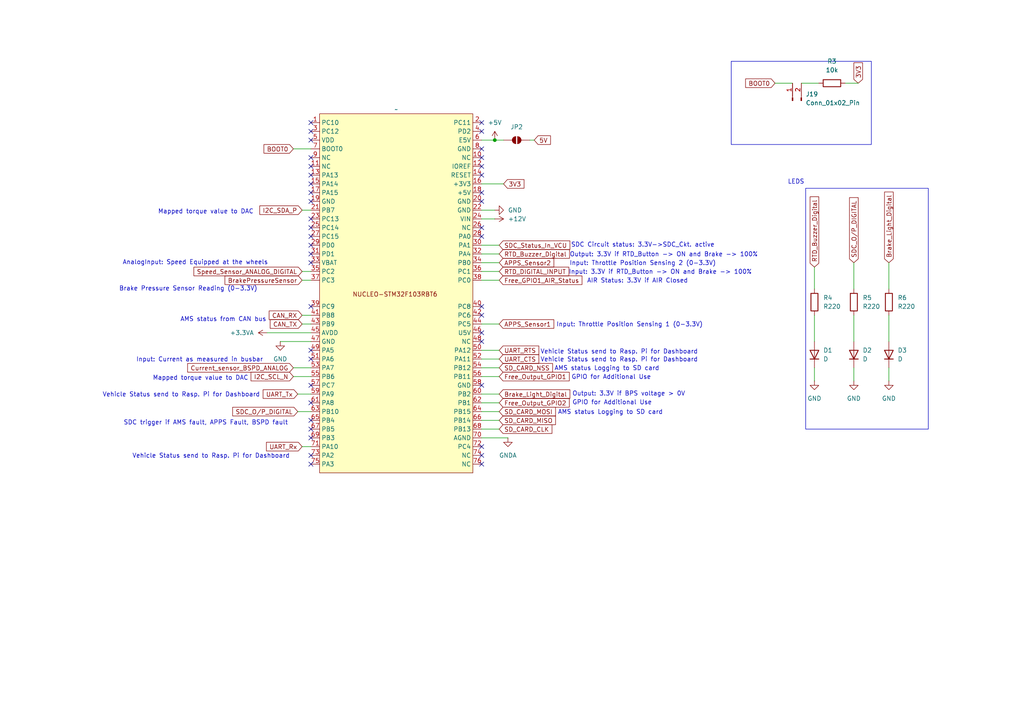
<source format=kicad_sch>
(kicad_sch (version 20231120) (generator "eeschema") (generator_version "8.0")
  (paper "A4")
  (lib_symbols
    (symbol "Connector:Conn_01x02_Pin" (pin_names (offset 1.016) hide)
      (property "Reference" "J" (at 0 2.54 0))
      (property "Value" "Conn_01x02_Pin" (at 0 -5.08 0))
      (symbol "Conn_01x02_Pin_1_1"
        (polyline (pts (xy 1.27 -2.54) (xy 0.8636 -2.54)) (stroke (width 0.1524)))
        (polyline (pts (xy 1.27 0) (xy 0.8636 0)) (stroke (width 0.1524)))
        (rectangle (start 0.8636 -2.413) (end 0 -2.667) (stroke (width 0.1524)) (fill (type outline)))
        (rectangle (start 0.8636 0.127) (end 0 -0.127) (stroke (width 0.1524)) (fill (type outline)))
        (pin passive line (at 5.08 0 180) (length 3.81) (name "Pin_1") (number "1"))
        (pin passive line (at 5.08 -2.54 180) (length 3.81) (name "Pin_2") (number "2"))
      )
    )
    (symbol "Device:D" (pin_numbers hide) (pin_names (offset 1.016) hide)
      (property "Reference" "D" (at 0 2.54 0))
      (property "Value" "D" (at 0 -2.54 0))
      (symbol "D_0_1"
        (polyline (pts (xy -1.27 1.27) (xy -1.27 -1.27)) (stroke (width 0.254)))
        (polyline (pts (xy 1.27 0) (xy -1.27 0)))
        (polyline (pts (xy 1.27 1.27) (xy 1.27 -1.27) (xy -1.27 0) (xy 1.27 1.27)) (stroke (width 0.254)))
      )
      (symbol "D_1_1"
        (pin passive line (at -3.81 0 0) (length 2.54) (name "K") (number "1"))
        (pin passive line (at 3.81 0 180) (length 2.54) (name "A") (number "2"))
      )
    )
    (symbol "Device:R" (pin_numbers hide) (pin_names (offset 0))
      (property "Reference" "R" (at 2.032 0 90))
      (property "Value" "R" (at 0 0 90))
      (symbol "R_0_1"
        (rectangle (start -1.016 -2.54) (end 1.016 2.54) (stroke (width 0.254)))
      )
      (symbol "R_1_1"
        (pin passive line (at 0 3.81 270) (length 1.27) (name "~") (number "1"))
        (pin passive line (at 0 -3.81 90) (length 1.27) (name "~") (number "2"))
      )
    )
    (symbol "Jumper:SolderJumper_2_Open" (pin_numbers hide) (pin_names (offset 0) hide) (exclude_from_sim yes) (in_bom no)
      (property "Reference" "JP" (at 0 2.032 0))
      (property "Value" "SolderJumper_2_Open" (at 0 -2.54 0))
      (symbol "SolderJumper_2_Open_0_1"
        (arc (start -0.254 1.016) (mid -1.2656 0) (end -0.254 -1.016))
        (arc (start -0.254 1.016) (mid -1.2656 0) (end -0.254 -1.016) (fill (type outline)))
        (polyline (pts (xy -0.254 1.016) (xy -0.254 -1.016)))
        (polyline (pts (xy 0.254 1.016) (xy 0.254 -1.016)))
        (arc (start 0.254 -1.016) (mid 1.2656 0) (end 0.254 1.016))
        (arc (start 0.254 -1.016) (mid 1.2656 0) (end 0.254 1.016) (fill (type outline)))
      )
      (symbol "SolderJumper_2_Open_1_1"
        (pin passive line (at -3.81 0 0) (length 2.54) (name "A") (number "1"))
        (pin passive line (at 3.81 0 180) (length 2.54) (name "B") (number "2"))
      )
    )
    (symbol "STM32F103RBT6_NUCLEO_BOARD:stm32f103rbt6_nucleo_board"
      (property "Value" "~" (at 22.225 2.54 0))
      (symbol "stm32f103rbt6_nucleo_board_1_1"
        (rectangle (start 0 1.27) (end 44.45 -102.87) (fill (type background)))
        (text "NUCLEO-STM32F103RBT6 " (at 22.352 -51.054 0) (effects (font (size 1.27 1.27))))
        (pin input line (at -2.54 -1.27 0) (length 2.54) (name "PC10") (number "1"))
        (pin input line (at 46.99 -11.43 180) (length 2.54) (name "NC") (number "10"))
        (pin input line (at -2.54 -13.97 0) (length 2.54) (name "NC") (number "11"))
        (pin input line (at 46.99 -13.97 180) (length 2.54) (name "IOREF") (number "12"))
        (pin input line (at -2.54 -16.51 0) (length 2.54) (name "PA13") (number "13"))
        (pin input line (at 46.99 -16.51 180) (length 2.54) (name "RESET") (number "14"))
        (pin input line (at -2.54 -19.05 0) (length 2.54) (name "PA14") (number "15"))
        (pin input line (at 46.99 -19.05 180) (length 2.54) (name "+3V3") (number "16"))
        (pin input line (at -2.54 -21.59 0) (length 2.54) (name "PA15") (number "17"))
        (pin input line (at 46.99 -21.59 180) (length 2.54) (name "+5V") (number "18"))
        (pin input line (at -2.54 -24.13 0) (length 2.54) (name "GND") (number "19"))
        (pin input line (at 46.99 -1.27 180) (length 2.54) (name "PC11") (number "2"))
        (pin input line (at 46.99 -24.13 180) (length 2.54) (name "GND") (number "20"))
        (pin output line (at -2.54 -26.67 0) (length 2.54) (name "PB7") (number "21"))
        (pin input line (at 46.99 -26.67 180) (length 2.54) (name "GND") (number "22"))
        (pin input line (at -2.54 -29.21 0) (length 2.54) (name "PC13") (number "23"))
        (pin input line (at 46.99 -29.21 180) (length 2.54) (name "VIN") (number "24"))
        (pin input line (at -2.54 -31.75 0) (length 2.54) (name "PC14") (number "25"))
        (pin input line (at 46.99 -31.75 180) (length 2.54) (name "NC") (number "26"))
        (pin input line (at -2.54 -34.29 0) (length 2.54) (name "PC15") (number "27"))
        (pin input line (at 46.99 -34.29 180) (length 2.54) (name "PA0") (number "28"))
        (pin input line (at -2.54 -36.83 0) (length 2.54) (name "PD0") (number "29"))
        (pin input line (at -2.54 -3.81 0) (length 2.54) (name "PC12") (number "3"))
        (pin input line (at 46.99 -36.83 180) (length 2.54) (name "PA1") (number "30"))
        (pin input line (at -2.54 -39.37 0) (length 2.54) (name "PD1") (number "31"))
        (pin input line (at 46.99 -39.37 180) (length 2.54) (name "PA4") (number "32"))
        (pin input line (at -2.54 -41.91 0) (length 2.54) (name "VBAT") (number "33"))
        (pin input line (at 46.99 -41.91 180) (length 2.54) (name "PB0") (number "34"))
        (pin input line (at -2.54 -44.45 0) (length 2.54) (name "PC2") (number "35"))
        (pin input line (at 46.99 -44.45 180) (length 2.54) (name "PC1") (number "36"))
        (pin input line (at -2.54 -46.99 0) (length 2.54) (name "PC3") (number "37"))
        (pin input line (at 46.99 -46.99 180) (length 2.54) (name "PC0") (number "38"))
        (pin input line (at -2.54 -54.61 0) (length 2.54) (name "PC9") (number "39"))
        (pin input line (at 46.99 -3.81 180) (length 2.54) (name "PD2") (number "4"))
        (pin input line (at 46.99 -54.61 180) (length 2.54) (name "PC8") (number "40"))
        (pin input line (at -2.54 -57.15 0) (length 2.54) (name "PB8") (number "41"))
        (pin input line (at 46.99 -57.15 180) (length 2.54) (name "PC6") (number "42"))
        (pin input line (at -2.54 -59.69 0) (length 2.54) (name "PB9") (number "43"))
        (pin input line (at 46.99 -59.69 180) (length 2.54) (name "PC5") (number "44"))
        (pin input line (at -2.54 -62.23 0) (length 2.54) (name "AVDD") (number "45"))
        (pin input line (at 46.99 -62.23 180) (length 2.54) (name "U5V") (number "46"))
        (pin input line (at -2.54 -64.77 0) (length 2.54) (name "GND") (number "47"))
        (pin input line (at 46.99 -64.77 180) (length 2.54) (name "NC") (number "48"))
        (pin input line (at -2.54 -67.31 0) (length 2.54) (name "PA5") (number "49"))
        (pin input line (at -2.54 -6.35 0) (length 2.54) (name "VDD") (number "5"))
        (pin input line (at 46.99 -67.31 180) (length 2.54) (name "PA12") (number "50"))
        (pin input line (at -2.54 -69.85 0) (length 2.54) (name "PA6") (number "51"))
        (pin input line (at 46.99 -69.85 180) (length 2.54) (name "PA11") (number "52"))
        (pin input line (at -2.54 -72.39 0) (length 2.54) (name "PA7") (number "53"))
        (pin input line (at 46.99 -72.39 180) (length 2.54) (name "PB12") (number "54"))
        (pin output line (at -2.54 -74.93 0) (length 2.54) (name "PB6") (number "55"))
        (pin input line (at 46.99 -74.93 180) (length 2.54) (name "PB11") (number "56"))
        (pin input line (at -2.54 -77.47 0) (length 2.54) (name "PC7") (number "57"))
        (pin input line (at 46.99 -77.47 180) (length 2.54) (name "GND") (number "58"))
        (pin input line (at -2.54 -80.01 0) (length 2.54) (name "PA9") (number "59"))
        (pin input line (at 46.99 -6.35 180) (length 2.54) (name "E5V") (number "6"))
        (pin input line (at 46.99 -80.01 180) (length 2.54) (name "PB2") (number "60"))
        (pin input line (at -2.54 -82.55 0) (length 2.54) (name "PA8") (number "61"))
        (pin input line (at 46.99 -82.55 180) (length 2.54) (name "PB1") (number "62"))
        (pin input line (at -2.54 -85.09 0) (length 2.54) (name "PB10") (number "63"))
        (pin input line (at 46.99 -85.09 180) (length 2.54) (name "PB15") (number "64"))
        (pin input line (at -2.54 -87.63 0) (length 2.54) (name "PB4") (number "65"))
        (pin input line (at 46.99 -87.63 180) (length 2.54) (name "PB14") (number "66"))
        (pin input line (at -2.54 -90.17 0) (length 2.54) (name "PB5") (number "67"))
        (pin input line (at 46.99 -90.17 180) (length 2.54) (name "PB13") (number "68"))
        (pin input line (at -2.54 -92.71 0) (length 2.54) (name "PB3") (number "69"))
        (pin input line (at -2.54 -8.89 0) (length 2.54) (name "BOOT0") (number "7"))
        (pin input line (at 46.99 -92.71 180) (length 2.54) (name "AGND") (number "70"))
        (pin input line (at -2.54 -95.25 0) (length 2.54) (name "PA10") (number "71"))
        (pin input line (at 46.99 -95.25 180) (length 2.54) (name "PC4") (number "72"))
        (pin input line (at -2.54 -97.79 0) (length 2.54) (name "PA2") (number "73"))
        (pin input line (at 46.99 -97.79 180) (length 2.54) (name "NC") (number "74"))
        (pin input line (at -2.54 -100.33 0) (length 2.54) (name "PA3") (number "75"))
        (pin input line (at 46.99 -100.33 180) (length 2.54) (name "NC") (number "76"))
        (pin input line (at 46.99 -8.89 180) (length 2.54) (name "GND") (number "8"))
        (pin input line (at -2.54 -11.43 0) (length 2.54) (name "NC") (number "9"))
      )
    )
    (symbol "power:+12V" (power) (pin_numbers hide) (pin_names (offset 0) hide)
      (property "Value" "+12V" (at 0 3.556 0))
      (symbol "+12V_0_1"
        (polyline (pts (xy -0.762 1.27) (xy 0 2.54)))
        (polyline (pts (xy 0 0) (xy 0 2.54)))
        (polyline (pts (xy 0 2.54) (xy 0.762 1.27)))
      )
      (symbol "+12V_1_1"
        (pin power_in line (at 0 0 90) (length 0) (name "~") (number "1"))
      )
    )
    (symbol "power:+3.3VA" (power) (pin_numbers hide) (pin_names (offset 0) hide)
      (property "Value" "+3.3VA" (at 0 3.556 0))
      (symbol "+3.3VA_0_1"
        (polyline (pts (xy -0.762 1.27) (xy 0 2.54)))
        (polyline (pts (xy 0 0) (xy 0 2.54)))
        (polyline (pts (xy 0 2.54) (xy 0.762 1.27)))
      )
      (symbol "+3.3VA_1_1"
        (pin power_in line (at 0 0 90) (length 0) (name "~") (number "1"))
      )
    )
    (symbol "power:+5V" (power) (pin_numbers hide) (pin_names (offset 0) hide)
      (property "Value" "+5V" (at 0 3.556 0))
      (symbol "+5V_0_1"
        (polyline (pts (xy -0.762 1.27) (xy 0 2.54)))
        (polyline (pts (xy 0 0) (xy 0 2.54)))
        (polyline (pts (xy 0 2.54) (xy 0.762 1.27)))
      )
      (symbol "+5V_1_1"
        (pin power_in line (at 0 0 90) (length 0) (name "~") (number "1"))
      )
    )
    (symbol "power:GND" (power) (pin_numbers hide) (pin_names (offset 0) hide)
      (property "Value" "GND" (at 0 -3.81 0))
      (symbol "GND_0_1"
        (polyline (pts (xy 0 0) (xy 0 -1.27) (xy 1.27 -1.27) (xy 0 -2.54) (xy -1.27 -1.27) (xy 0 -1.27)))
      )
      (symbol "GND_1_1"
        (pin power_in line (at 0 0 270) (length 0) (name "~") (number "1"))
      )
    )
    (symbol "power:GNDA" (power) (pin_numbers hide) (pin_names (offset 0) hide)
      (property "Value" "GNDA" (at 0 -3.81 0))
      (symbol "GNDA_0_1"
        (polyline (pts (xy 0 0) (xy 0 -1.27) (xy 1.27 -1.27) (xy 0 -2.54) (xy -1.27 -1.27) (xy 0 -1.27)))
      )
      (symbol "GNDA_1_1"
        (pin power_in line (at 0 0 270) (length 0) (name "~") (number "1"))
      )
    )
  )
  (junction (at 143.51 40.64))
  (no_connect (at 90.17 73.66))
  (no_connect (at 90.17 121.92))
  (no_connect (at 90.17 66.04))
  (no_connect (at 90.17 63.5))
  (no_connect (at 90.17 104.14))
  (no_connect (at 139.7 96.52))
  (no_connect (at 139.7 129.54))
  (no_connect (at 90.17 45.72))
  (no_connect (at 90.17 111.76))
  (no_connect (at 139.7 91.44))
  (no_connect (at 139.7 111.76))
  (no_connect (at 90.17 38.1))
  (no_connect (at 90.17 53.34))
  (no_connect (at 90.17 58.42))
  (no_connect (at 90.17 50.8))
  (no_connect (at 139.7 132.08))
  (no_connect (at 90.17 55.88))
  (no_connect (at 90.17 101.6))
  (no_connect (at 90.17 68.58))
  (no_connect (at 90.17 124.46))
  (no_connect (at 139.7 43.18))
  (no_connect (at 139.7 55.88))
  (no_connect (at 139.7 48.26))
  (no_connect (at 90.17 76.2))
  (no_connect (at 139.7 45.72))
  (no_connect (at 139.7 35.56))
  (no_connect (at 90.17 132.08))
  (no_connect (at 139.7 50.8))
  (no_connect (at 90.17 40.64))
  (no_connect (at 139.7 38.1))
  (no_connect (at 139.7 68.58))
  (no_connect (at 90.17 71.12))
  (no_connect (at 139.7 99.06))
  (no_connect (at 139.7 134.62))
  (no_connect (at 90.17 134.62))
  (no_connect (at 139.7 58.42))
  (no_connect (at 90.17 48.26))
  (no_connect (at 90.17 35.56))
  (no_connect (at 139.7 88.9))
  (no_connect (at 90.17 127))
  (no_connect (at 139.7 66.04))
  (no_connect (at 90.17 88.9))
  (no_connect (at 90.17 116.84))
  (wire (pts (xy 87.63 60.96) (xy 90.17 60.96)))
  (wire (pts (xy 139.7 81.28) (xy 144.78 81.28)))
  (wire (pts (xy 87.63 129.54) (xy 90.17 129.54)))
  (wire (pts (xy 232.41 24.13) (xy 237.49 24.13)))
  (wire (pts (xy 87.63 91.44) (xy 90.17 91.44)))
  (wire (pts (xy 139.7 93.98) (xy 144.78 93.98)))
  (wire (pts (xy 236.22 106.68) (xy 236.22 110.49)))
  (wire (pts (xy 139.7 116.84) (xy 144.78 116.84)))
  (wire (pts (xy 139.7 63.5) (xy 143.51 63.5)))
  (wire (pts (xy 245.11 24.13) (xy 248.92 24.13)))
  (wire (pts (xy 81.28 99.06) (xy 90.17 99.06)))
  (wire (pts (xy 139.7 40.64) (xy 143.51 40.64)))
  (wire (pts (xy 139.7 71.12) (xy 144.78 71.12)))
  (wire (pts (xy 77.47 96.52) (xy 90.17 96.52)))
  (wire (pts (xy 247.65 106.68) (xy 247.65 110.49)))
  (wire (pts (xy 143.51 40.64) (xy 146.05 40.64)))
  (wire (pts (xy 85.09 43.18) (xy 90.17 43.18)))
  (wire (pts (xy 236.22 91.44) (xy 236.22 99.06)))
  (wire (pts (xy 139.7 114.3) (xy 144.78 114.3)))
  (wire (pts (xy 139.7 106.68) (xy 144.78 106.68)))
  (wire (pts (xy 139.7 60.96) (xy 143.51 60.96)))
  (wire (pts (xy 139.7 76.2) (xy 144.78 76.2)))
  (wire (pts (xy 247.65 76.2) (xy 247.65 83.82)))
  (wire (pts (xy 87.63 93.98) (xy 90.17 93.98)))
  (wire (pts (xy 139.7 101.6) (xy 144.78 101.6)))
  (wire (pts (xy 257.81 76.2) (xy 257.81 83.82)))
  (wire (pts (xy 139.7 78.74) (xy 144.78 78.74)))
  (wire (pts (xy 139.7 53.34) (xy 146.05 53.34)))
  (wire (pts (xy 257.81 91.44) (xy 257.81 99.06)))
  (wire (pts (xy 247.65 91.44) (xy 247.65 99.06)))
  (wire (pts (xy 85.09 106.68) (xy 90.17 106.68)))
  (wire (pts (xy 86.36 119.38) (xy 90.17 119.38)))
  (wire (pts (xy 85.09 109.22) (xy 90.17 109.22)))
  (wire (pts (xy 139.7 127) (xy 147.32 127)))
  (wire (pts (xy 224.79 24.13) (xy 229.87 24.13)))
  (wire (pts (xy 257.81 106.68) (xy 257.81 110.49)))
  (wire (pts (xy 139.7 104.14) (xy 144.78 104.14)))
  (wire (pts (xy 153.67 40.64) (xy 154.94 40.64)))
  (wire (pts (xy 139.7 109.22) (xy 144.78 109.22)))
  (wire (pts (xy 139.7 121.92) (xy 144.78 121.92)))
  (wire (pts (xy 139.7 124.46) (xy 144.78 124.46)))
  (wire (pts (xy 87.63 81.28) (xy 90.17 81.28)))
  (wire (pts (xy 139.7 119.38) (xy 144.78 119.38)))
  (wire (pts (xy 87.63 78.74) (xy 90.17 78.74)))
  (wire (pts (xy 236.22 77.47) (xy 236.22 83.82)))
  (wire (pts (xy 86.36 114.3) (xy 90.17 114.3)))
  (wire (pts (xy 139.7 73.66) (xy 144.78 73.66)))
  (rectangle (start 212.09 17.78) (end 252.73 41.91))
  (rectangle (start 233.68 54.61) (end 269.24 124.46))
  (text "Vehicle Status send to Rasp. Pi for Dashboard" (at 179.578 104.394 0) (effects (font (size 1.27 1.27))))
  (text "GPIO for Additional Use" (at 177.546 116.84 0) (effects (font (size 1.27 1.27))))
  (text "AIR Status: 3.3V if AIR Closed" (at 184.912 81.534 0) (effects (font (size 1.27 1.27))))
  (text "LEDS" (at 230.886 52.832 0) (effects (font (size 1.27 1.27))))
  (text "Vehicle Status send to Rasp. Pi for Dashboard" (at 61.214 132.334 0) (effects (font (size 1.27 1.27))))
  (text "GPIO for Additional Use" (at 177.292 109.474 0) (effects (font (size 1.27 1.27))))
  (text "SDC Circuit status: 3.3V->SDC_Ckt. active" (at 186.436 71.12 0) (effects (font (size 1.27 1.27))))
  (text "AMS status Logging to SD card" (at 176.022 106.934 0) (effects (font (size 1.27 1.27))))
  (text "Vehicle Status send to Rasp. Pi for Dashboard" (at 179.578 102.108 0) (effects (font (size 1.27 1.27))))
  (text "Output: 3.3V if RTD_Button -> ON and Brake -> 100%" (at 192.532 73.914 0) (effects (font (size 1.27 1.27))))
  (text "Input: Throttle Position Sensing 2 (0-3.3V)" (at 186.436 76.454 0) (effects (font (size 1.27 1.27))))
  (text "Input: 3.3V if RTD_Button -> ON and Brake -> 100%" (at 191.516 78.994 0) (effects (font (size 1.27 1.27))))
  (text "SDC trigger if AMS fault, APPS Fault, BSPD fault" (at 59.69 122.682 0) (effects (font (size 1.27 1.27))))
  (text "Brake Pressure Sensor Reading (0-3.3V)\n" (at 54.61 83.82 0) (effects (font (size 1.27 1.27))))
  (text "Input: Current as measured in busbar\n" (at 57.912 104.394 0) (effects (font (size 1.27 1.27))))
  (text "Vehicle Status send to Rasp. Pi for Dashboard" (at 52.578 114.554 0) (effects (font (size 1.27 1.27))))
  (text "Mapped torque value to DAC" (at 58.166 109.728 0) (effects (font (size 1.27 1.27))))
  (text "Mapped torque value to DAC" (at 59.69 61.468 0) (effects (font (size 1.27 1.27))))
  (text "Output: 3.3V if BPS voltage > 0V" (at 182.372 114.3 0) (effects (font (size 1.27 1.27))))
  (text "AMS status Logging to SD card" (at 177.038 119.634 0) (effects (font (size 1.27 1.27))))
  (text "AMS status from CAN bus\n" (at 64.77 92.71 0) (effects (font (size 1.27 1.27))))
  (text "Input: Throttle Position Sensing 1 (0-3.3V)" (at 182.626 94.234 0) (effects (font (size 1.27 1.27))))
  (text "AnalogInput: Speed Equipped at the wheels\n" (at 56.642 76.2 0) (effects (font (size 1.27 1.27))))
  (global_label "SD_CARD_CLK" (shape input) (at 144.78 124.46 0) (property "Intersheetrefs" "${INTERSHEET_REFS}" (effects (hide yes))))
  (global_label "UART_RTS" (shape input) (at 144.78 101.6 0) (property "Intersheetrefs" "${INTERSHEET_REFS}" (effects (hide yes))))
  (global_label "CAN_RX" (shape input) (at 87.63 91.44 180) (property "Intersheetrefs" "${INTERSHEET_REFS}" (effects (hide yes))))
  (global_label "I2C_SCL_N" (shape input) (at 85.09 109.22 180) (property "Intersheetrefs" "${INTERSHEET_REFS}" (effects (hide yes))))
  (global_label "Free_Output_GPIO1" (shape input) (at 144.78 109.22 0) (property "Intersheetrefs" "${INTERSHEET_REFS}" (effects (hide yes))))
  (global_label "BrakePressureSensor" (shape input) (at 87.63 81.28 180) (property "Intersheetrefs" "${INTERSHEET_REFS}" (effects (hide yes))))
  (global_label "I2C_SDA_P" (shape input) (at 87.63 60.96 180) (property "Intersheetrefs" "${INTERSHEET_REFS}" (effects (hide yes))))
  (global_label "SDC_Status_In_VCU" (shape input) (at 144.78 71.12 0) (property "Intersheetrefs" "${INTERSHEET_REFS}" (effects (hide yes))))
  (global_label "UART_CTS" (shape input) (at 144.78 104.14 0) (property "Intersheetrefs" "${INTERSHEET_REFS}" (effects (hide yes))))
  (global_label "RTD_Buzzer_Digital" (shape input) (at 144.78 73.66 0) (property "Intersheetrefs" "${INTERSHEET_REFS}" (effects (hide yes))))
  (global_label "BOOT0" (shape input) (at 85.09 43.18 180) (property "Intersheetrefs" "${INTERSHEET_REFS}" (effects (hide yes))))
  (global_label "APPS_Sensor1" (shape input) (at 144.78 93.98 0) (property "Intersheetrefs" "${INTERSHEET_REFS}" (effects (hide yes))))
  (global_label "Brake_Light_Digital" (shape input) (at 257.81 76.2 90) (property "Intersheetrefs" "${INTERSHEET_REFS}" (effects (hide yes))))
  (global_label "SD_CARD_MISO" (shape input) (at 144.78 121.92 0) (property "Intersheetrefs" "${INTERSHEET_REFS}" (effects (hide yes))))
  (global_label "Speed_Sensor_ANALOG_DIGITAL" (shape input) (at 87.63 78.74 180) (property "Intersheetrefs" "${INTERSHEET_REFS}" (effects (hide yes))))
  (global_label "SDC_O{slash}P_DIGITAL" (shape input) (at 86.36 119.38 180) (property "Intersheetrefs" "${INTERSHEET_REFS}" (effects (hide yes))))
  (global_label "UART_Rx" (shape input) (at 87.63 129.54 180) (property "Intersheetrefs" "${INTERSHEET_REFS}" (effects (hide yes))))
  (global_label "Free_Output_GPIO2" (shape input) (at 144.78 116.84 0) (property "Intersheetrefs" "${INTERSHEET_REFS}" (effects (hide yes))))
  (global_label "SD_CARD_NSS" (shape input) (at 144.78 106.68 0) (property "Intersheetrefs" "${INTERSHEET_REFS}" (effects (hide yes))))
  (global_label "Current_sensor_BSPD_ANALOG" (shape input) (at 85.09 106.68 180) (property "Intersheetrefs" "${INTERSHEET_REFS}" (effects (hide yes))))
  (global_label "SDC_O{slash}P_DIGITAL" (shape input) (at 247.65 76.2 90) (property "Intersheetrefs" "${INTERSHEET_REFS}" (effects (hide yes))))
  (global_label "Free_GPIO1_AIR_Status" (shape input) (at 144.78 81.28 0) (property "Intersheetrefs" "${INTERSHEET_REFS}" (effects (hide yes))))
  (global_label "UART_Tx" (shape input) (at 86.36 114.3 180) (property "Intersheetrefs" "${INTERSHEET_REFS}" (effects (hide yes))))
  (global_label "CAN_TX" (shape input) (at 87.63 93.98 180) (property "Intersheetrefs" "${INTERSHEET_REFS}" (effects (hide yes))))
  (global_label "Brake_Light_Digital" (shape input) (at 144.78 114.3 0) (property "Intersheetrefs" "${INTERSHEET_REFS}" (effects (hide yes))))
  (global_label "5V" (shape input) (at 154.94 40.64 0) (property "Intersheetrefs" "${INTERSHEET_REFS}" (effects (hide yes))))
  (global_label "3V3" (shape input) (at 248.92 24.13 90) (property "Intersheetrefs" "${INTERSHEET_REFS}" (effects (hide yes))))
  (global_label "BOOT0" (shape input) (at 224.79 24.13 180) (property "Intersheetrefs" "${INTERSHEET_REFS}" (effects (hide yes))))
  (global_label "RTD_DIGITAL_INPUT" (shape input) (at 144.78 78.74 0) (property "Intersheetrefs" "${INTERSHEET_REFS}" (effects (hide yes))))
  (global_label "APPS_Sensor2" (shape input) (at 144.78 76.2 0) (property "Intersheetrefs" "${INTERSHEET_REFS}" (effects (hide yes))))
  (global_label "SD_CARD_MOSI" (shape input) (at 144.78 119.38 0) (property "Intersheetrefs" "${INTERSHEET_REFS}" (effects (hide yes))))
  (global_label "RTD_Buzzer_Digital" (shape input) (at 236.22 77.47 90) (property "Intersheetrefs" "${INTERSHEET_REFS}" (effects (hide yes))))
  (global_label "3V3" (shape input) (at 146.05 53.34 0) (property "Intersheetrefs" "${INTERSHEET_REFS}" (effects (hide yes))))
  (symbol (lib_id "Device:R") (at 247.65 87.63 0) (unit 1)
    (property "Reference" "R5" (at 250.19 86.3599 0) (effects (justify left)))
    (property "Value" "R220" (at 250.19 88.8999 0) (effects (justify left)))
    (property "Footprint" "Resistor_THT:R_Axial_DIN0204_L3.6mm_D1.6mm_P5.08mm_Horizontal" (effects (hide yes)))
    (property "Description" "Resistor" (effects (hide yes)))
  )
  (symbol (lib_id "power:+3.3VA") (at 77.47 96.52 90) (unit 1)
    (property "Reference" "#PWR019" (effects (hide yes)))
    (property "Value" "+3.3VA" (at 73.66 96.5199 90) (effects (justify left)))
    (property "Description" "Power symbol creates a global label with name \"+3.3VA\"" (effects (hide yes)))
  )
  (symbol (lib_id "power:GND") (at 81.28 99.06 0) (unit 1)
    (property "Reference" "#PWR09" (effects (hide yes)))
    (property "Value" "GND" (at 81.28 104.14 0))
    (property "Description" "Power symbol creates a global label with name \"GND\" , ground" (effects (hide yes)))
  )
  (symbol (lib_id "Device:R") (at 257.81 87.63 0) (unit 1)
    (property "Reference" "R6" (at 260.35 86.3599 0) (effects (justify left)))
    (property "Value" "R220" (at 260.35 88.8999 0) (effects (justify left)))
    (property "Footprint" "Resistor_THT:R_Axial_DIN0204_L3.6mm_D1.6mm_P5.08mm_Horizontal" (effects (hide yes)))
    (property "Description" "Resistor" (effects (hide yes)))
  )
  (symbol (lib_id "power:GNDA") (at 147.32 127 0) (unit 1)
    (property "Reference" "#PWR018" (effects (hide yes)))
    (property "Value" "GNDA" (at 147.32 132.08 0))
    (property "Description" "Power symbol creates a global label with name \"GNDA\" , analog ground" (effects (hide yes)))
  )
  (symbol (lib_id "Device:R") (at 241.3 24.13 90) (unit 1)
    (property "Reference" "R3" (at 241.3 17.78 90))
    (property "Value" "10k" (at 241.3 20.32 90))
    (property "Footprint" "Resistor_THT:R_Axial_DIN0204_L3.6mm_D1.6mm_P5.08mm_Horizontal" (effects (hide yes)))
    (property "Description" "Resistor" (effects (hide yes)))
  )
  (symbol (lib_id "Device:R") (at 236.22 87.63 0) (unit 1)
    (property "Reference" "R4" (at 238.76 86.3599 0) (effects (justify left)))
    (property "Value" "R220" (at 238.76 88.8999 0) (effects (justify left)))
    (property "Footprint" "Resistor_THT:R_Axial_DIN0204_L3.6mm_D1.6mm_P5.08mm_Horizontal" (effects (hide yes)))
    (property "Description" "Resistor" (effects (hide yes)))
  )
  (symbol (lib_id "power:GND") (at 236.22 110.49 0) (unit 1)
    (property "Reference" "#PWR023" (effects (hide yes)))
    (property "Value" "GND" (at 236.22 115.57 0))
    (property "Description" "Power symbol creates a global label with name \"GND\" , ground" (effects (hide yes)))
  )
  (symbol (lib_id "power:GND") (at 247.65 110.49 0) (unit 1)
    (property "Reference" "#PWR024" (effects (hide yes)))
    (property "Value" "GND" (at 247.65 115.57 0))
    (property "Description" "Power symbol creates a global label with name \"GND\" , ground" (effects (hide yes)))
  )
  (symbol (lib_id "Device:D") (at 247.65 102.87 90) (unit 1)
    (property "Reference" "D2" (at 250.19 101.5999 90) (effects (justify right)))
    (property "Value" "D" (at 250.19 104.1399 90) (effects (justify right)))
    (property "Footprint" "LED_THT:LED_D2.0mm_W4.0mm_H2.8mm_FlatTop" (effects (hide yes)))
    (property "Description" "Diode" (effects (hide yes)))
    (property "Sim.Device" "D" (effects (hide yes)))
    (property "Sim.Pins" "1=K 2=A" (effects (hide yes)))
  )
  (symbol (lib_id "power:GND") (at 143.51 60.96 90) (unit 1)
    (property "Reference" "#PWR011" (effects (hide yes)))
    (property "Value" "GND" (at 147.32 60.9599 90) (effects (justify right)))
    (property "Description" "Power symbol creates a global label with name \"GND\" , ground" (effects (hide yes)))
  )
  (symbol (lib_id "Jumper:SolderJumper_2_Open") (at 149.86 40.64 0) (mirror y) (unit 1) (exclude_from_sim yes) (in_bom no)
    (property "Reference" "JP2" (at 149.86 36.83 0))
    (property "Value" "SolderJumper_2_Open" (effects (hide yes)))
    (property "Footprint" "Connector_PinHeader_2.54mm:PinHeader_1x02_P2.54mm_Vertical" (effects (hide yes)))
    (property "Description" "Solder Jumper, 2-pole, open" (effects (hide yes)))
  )
  (symbol (lib_id "Device:D") (at 236.22 102.87 90) (unit 1)
    (property "Reference" "D1" (at 238.76 101.5999 90) (effects (justify right)))
    (property "Value" "D" (at 238.76 104.1399 90) (effects (justify right)))
    (property "Footprint" "LED_THT:LED_D2.0mm_W4.0mm_H2.8mm_FlatTop" (effects (hide yes)))
    (property "Description" "Diode" (effects (hide yes)))
    (property "Sim.Device" "D" (effects (hide yes)))
    (property "Sim.Pins" "1=K 2=A" (effects (hide yes)))
  )
  (symbol (lib_id "Connector:Conn_01x02_Pin") (at 229.87 29.21 90) (unit 1)
    (property "Reference" "J19" (at 233.68 27.3049 90) (effects (justify right)))
    (property "Value" "Conn_01x02_Pin" (at 233.68 29.8449 90) (effects (justify right)))
    (property "Footprint" "Connector_PinHeader_2.54mm:PinHeader_1x02_P2.54mm_Vertical" (effects (hide yes)))
    (property "Description" "Generic connector, single row, 01x02, script generated" (effects (hide yes)))
  )
  (symbol (lib_id "power:+12V") (at 143.51 63.5 270) (unit 1)
    (property "Reference" "#PWR010" (effects (hide yes)))
    (property "Value" "+12V" (at 147.32 63.4999 90) (effects (justify left)))
    (property "Description" "Power symbol creates a global label with name \"+12V\"" (effects (hide yes)))
  )
  (symbol (lib_id "Device:D") (at 257.81 102.87 90) (unit 1)
    (property "Reference" "D3" (at 260.35 101.5999 90) (effects (justify right)))
    (property "Value" "D" (at 260.35 104.1399 90) (effects (justify right)))
    (property "Footprint" "LED_THT:LED_D2.0mm_W4.0mm_H2.8mm_FlatTop" (effects (hide yes)))
    (property "Description" "Diode" (effects (hide yes)))
    (property "Sim.Device" "D" (effects (hide yes)))
    (property "Sim.Pins" "1=K 2=A" (effects (hide yes)))
  )
  (symbol (lib_id "power:+5V") (at 143.51 40.64 0) (unit 1)
    (property "Reference" "#PWR08" (effects (hide yes)))
    (property "Value" "+5V" (at 143.51 35.56 0))
    (property "Description" "Power symbol creates a global label with name \"+5V\"" (effects (hide yes)))
  )
  (symbol (lib_id "power:GND") (at 257.81 110.49 0) (unit 1)
    (property "Reference" "#PWR025" (effects (hide yes)))
    (property "Value" "GND" (at 257.81 115.57 0))
    (property "Description" "Power symbol creates a global label with name \"GND\" , ground" (effects (hide yes)))
  )
  (symbol (lib_id "STM32F103RBT6_NUCLEO_BOARD:stm32f103rbt6_nucleo_board") (at 92.71 34.29 0) (unit 1)
    (property "Reference" "U1" (effects (hide yes)))
    (property "Value" "~" (at 114.935 31.75 0))
    (property "Footprint" "Library:ST_NUCLEO-F410RB" (effects (hide yes)))
  )
)
</source>
